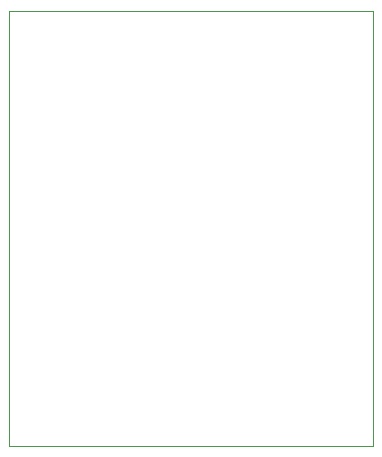
<source format=gbr>
%TF.GenerationSoftware,KiCad,Pcbnew,8.0.4-1.fc40*%
%TF.CreationDate,2024-08-27T20:57:42+02:00*%
%TF.ProjectId,ATU100 Alc interface,41545531-3030-4204-916c-6320696e7465,rev?*%
%TF.SameCoordinates,Original*%
%TF.FileFunction,Profile,NP*%
%FSLAX46Y46*%
G04 Gerber Fmt 4.6, Leading zero omitted, Abs format (unit mm)*
G04 Created by KiCad (PCBNEW 8.0.4-1.fc40) date 2024-08-27 20:57:42*
%MOMM*%
%LPD*%
G01*
G04 APERTURE LIST*
%TA.AperFunction,Profile*%
%ADD10C,0.050000*%
%TD*%
G04 APERTURE END LIST*
D10*
X82000000Y-96300000D02*
X112750000Y-96300000D01*
X112750000Y-133150000D01*
X82000000Y-133150000D01*
X82000000Y-96300000D01*
M02*

</source>
